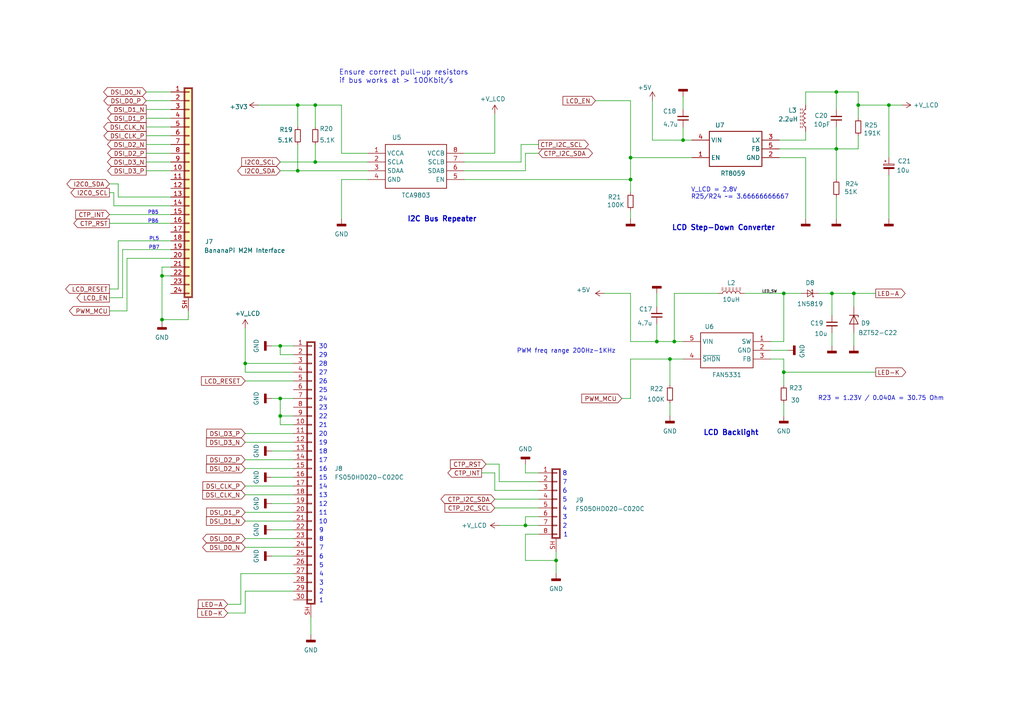
<source format=kicad_sch>
(kicad_sch (version 20250114) (generator "eeschema") (generator_version "9.0")
  (paper "A4")
  (title_block (title "AA-PI Display Board for BananaPi M2-Magic - LCD-CTP") (date "2025-10-27") (rev "4.3") (company "ORPALTECH") (comment 4 "Author: Sergey Suloev"))
  (lib_symbols
    (symbol "AA-PI-Components:+3V3" (power) (pin_names (offset 0))
      (property "Value" "+3V3" (at 0 3.556 0))
      (symbol "+3V3_0_1"
        (polyline (pts (xy -0.762 1.27) (xy 0 2.54)))
        (polyline (pts (xy 0 2.54) (xy 0.762 1.27)))
        (polyline (pts (xy 0 0) (xy 0 2.54)))
      )
      (symbol "+3V3_1_1"
        (pin power_in line (at 0 0 90) (length 0) (hide yes) (name "+3V3") (number "1"))
      )
    )
    (symbol "AA-PI-Components:+5V" (power) (pin_names (offset 0))
      (property "Value" "+5V" (at 0 3.556 0))
      (symbol "+5V_0_1"
        (polyline (pts (xy -0.762 1.27) (xy 0 2.54)))
        (polyline (pts (xy 0 2.54) (xy 0.762 1.27)))
        (polyline (pts (xy 0 0) (xy 0 2.54)))
      )
      (symbol "+5V_1_1"
        (pin power_in line (at 0 0 90) (length 0) (hide yes) (name "+5V") (number "1"))
      )
    )
    (symbol "AA-PI-Components:+V_LCD" (power) (pin_names (offset 0))
      (property "Value" "+V_LCD" (at 0 3.556 0))
      (symbol "+V_LCD_0_1"
        (polyline (pts (xy -0.762 1.27) (xy 0 2.54)))
        (polyline (pts (xy 0 2.54) (xy 0.762 1.27)))
        (polyline (pts (xy 0 0) (xy 0 2.54)))
      )
      (symbol "+V_LCD_1_1"
        (pin power_in line (at 0 0 90) (length 0) (hide yes) (name "+V_LCD") (number "1"))
      )
    )
    (symbol "AA-PI-Components:CP_Small" (pin_numbers (hide yes)) (pin_names (offset 0.254) (hide yes))
      (property "Reference" "C" (at 0.254 1.778 0))
      (property "Value" "CP_Small" (at 0.254 -2.032 0))
      (symbol "CP_Small_0_1"
        (rectangle (start -1.524 0.6858) (end 1.524 0.3048))
        (rectangle (start -1.524 -0.3048) (end 1.524 -0.6858) (fill (type outline)))
        (polyline (pts (xy -1.27 1.524) (xy -0.762 1.524)))
        (polyline (pts (xy -1.016 1.27) (xy -1.016 1.778)))
      )
      (symbol "CP_Small_1_1"
        (pin passive line (at 0 2.54 270) (length 1.8542) (name "~") (number "1"))
        (pin passive line (at 0 -2.54 90) (length 1.8542) (name "~") (number "2"))
      )
    )
    (symbol "AA-PI-Components:C_Small" (pin_numbers (hide yes)) (pin_names (offset 0.254) (hide yes))
      (property "Reference" "C" (at 0.254 1.778 0))
      (property "Value" "C_Small" (at 0.254 -2.032 0))
      (symbol "C_Small_0_1"
        (polyline (pts (xy -1.524 0.508) (xy 1.524 0.508)) (stroke (width 0.3048)))
        (polyline (pts (xy -1.524 -0.508) (xy 1.524 -0.508)) (stroke (width 0.3302)))
      )
      (symbol "C_Small_1_1"
        (pin passive line (at 0 2.54 270) (length 2.032) (name "~") (number "1"))
        (pin passive line (at 0 -2.54 90) (length 2.032) (name "~") (number "2"))
      )
    )
    (symbol "AA-PI-Components:Conn_01x08_Shielded" (pin_names (offset 1.016) (hide yes))
      (property "Reference" "J" (at 0.254 9.906 0))
      (property "Value" "Conn_01x08_Shielded" (at 1.016 -12.446 0))
      (symbol "Conn_01x08_Shielded_1_1"
        (rectangle (start -1.27 8.89) (end 1.27 -11.43) (stroke (width 0.1524)))
        (rectangle (start -1.016 8.636) (end 1.016 -11.176) (stroke (width 0.254)))
        (rectangle (start -1.016 7.747) (end 0.254 7.493) (stroke (width 0.1524)))
        (rectangle (start -1.016 5.207) (end 0.254 4.953) (stroke (width 0.1524)))
        (rectangle (start -1.016 2.667) (end 0.254 2.413) (stroke (width 0.1524)))
        (rectangle (start -1.016 0.127) (end 0.254 -0.127) (stroke (width 0.1524)))
        (rectangle (start -1.016 -2.413) (end 0.254 -2.667) (stroke (width 0.1524)))
        (rectangle (start -1.016 -4.953) (end 0.254 -5.207) (stroke (width 0.1524)))
        (rectangle (start -1.016 -7.493) (end 0.254 -7.747) (stroke (width 0.1524)))
        (rectangle (start -1.016 -10.033) (end 0.254 -10.287) (stroke (width 0.1524)))
        (pin passive line (at -5.08 7.62 0) (length 4.064) (name "Pin_1") (number "1"))
        (pin passive line (at -5.08 5.08 0) (length 4.064) (name "Pin_2") (number "2"))
        (pin passive line (at -5.08 2.54 0) (length 4.064) (name "Pin_3") (number "3"))
        (pin passive line (at -5.08 0 0) (length 4.064) (name "Pin_4") (number "4"))
        (pin passive line (at -5.08 -2.54 0) (length 4.064) (name "Pin_5") (number "5"))
        (pin passive line (at -5.08 -5.08 0) (length 4.064) (name "Pin_6") (number "6"))
        (pin passive line (at -5.08 -7.62 0) (length 4.064) (name "Pin_7") (number "7"))
        (pin passive line (at -5.08 -10.16 0) (length 4.064) (name "Pin_8") (number "8"))
        (pin passive line (at 0 -15.24 90) (length 3.81) (name "Shield") (number "SH"))
      )
    )
    (symbol "AA-PI-Components:Conn_01x24_Shielded" (pin_names (offset 1.016) (hide yes))
      (property "Reference" "J" (at 0.254 30.226 0))
      (property "Value" "Conn_01x24_Shielded" (at 1.016 -32.766 0))
      (symbol "Conn_01x24_Shielded_1_1"
        (rectangle (start -1.27 29.21) (end 1.27 -31.75) (stroke (width 0.1524)))
        (rectangle (start -1.016 28.956) (end 1.016 -31.496) (stroke (width 0.254)) (fill (type background)))
        (rectangle (start -1.016 28.067) (end 0.254 27.813) (stroke (width 0.1524)))
        (rectangle (start -1.016 25.527) (end 0.254 25.273) (stroke (width 0.1524)))
        (rectangle (start -1.016 22.987) (end 0.254 22.733) (stroke (width 0.1524)))
        (rectangle (start -1.016 20.447) (end 0.254 20.193) (stroke (width 0.1524)))
        (rectangle (start -1.016 17.907) (end 0.254 17.653) (stroke (width 0.1524)))
        (rectangle (start -1.016 15.367) (end 0.254 15.113) (stroke (width 0.1524)))
        (rectangle (start -1.016 12.827) (end 0.254 12.573) (stroke (width 0.1524)))
        (rectangle (start -1.016 10.287) (end 0.254 10.033) (stroke (width 0.1524)))
        (rectangle (start -1.016 7.747) (end 0.254 7.493) (stroke (width 0.1524)))
        (rectangle (start -1.016 5.207) (end 0.254 4.953) (stroke (width 0.1524)))
        (rectangle (start -1.016 2.667) (end 0.254 2.413) (stroke (width 0.1524)))
        (rectangle (start -1.016 0.127) (end 0.254 -0.127) (stroke (width 0.1524)))
        (rectangle (start -1.016 -2.413) (end 0.254 -2.667) (stroke (width 0.1524)))
        (rectangle (start -1.016 -4.953) (end 0.254 -5.207) (stroke (width 0.1524)))
        (rectangle (start -1.016 -7.493) (end 0.254 -7.747) (stroke (width 0.1524)))
        (rectangle (start -1.016 -10.033) (end 0.254 -10.287) (stroke (width 0.1524)))
        (rectangle (start -1.016 -12.573) (end 0.254 -12.827) (stroke (width 0.1524)))
        (rectangle (start -1.016 -15.113) (end 0.254 -15.367) (stroke (width 0.1524)))
        (rectangle (start -1.016 -17.653) (end 0.254 -17.907) (stroke (width 0.1524)))
        (rectangle (start -1.016 -20.193) (end 0.254 -20.447) (stroke (width 0.1524)))
        (rectangle (start -1.016 -22.733) (end 0.254 -22.987) (stroke (width 0.1524)))
        (rectangle (start -1.016 -25.273) (end 0.254 -25.527) (stroke (width 0.1524)))
        (rectangle (start -1.016 -27.813) (end 0.254 -28.067) (stroke (width 0.1524)))
        (rectangle (start -1.016 -30.353) (end 0.254 -30.607) (stroke (width 0.1524)))
        (pin passive line (at -5.08 27.94 0) (length 4.064) (name "Pin_1") (number "1"))
        (pin passive line (at -5.08 25.4 0) (length 4.064) (name "Pin_2") (number "2"))
        (pin passive line (at -5.08 22.86 0) (length 4.064) (name "Pin_3") (number "3"))
        (pin passive line (at -5.08 20.32 0) (length 4.064) (name "Pin_4") (number "4"))
        (pin passive line (at -5.08 17.78 0) (length 4.064) (name "Pin_5") (number "5"))
        (pin passive line (at -5.08 15.24 0) (length 4.064) (name "Pin_6") (number "6"))
        (pin passive line (at -5.08 12.7 0) (length 4.064) (name "Pin_7") (number "7"))
        (pin passive line (at -5.08 10.16 0) (length 4.064) (name "Pin_8") (number "8"))
        (pin passive line (at -5.08 7.62 0) (length 4.064) (name "Pin_9") (number "9"))
        (pin passive line (at -5.08 5.08 0) (length 4.064) (name "Pin_10") (number "10"))
        (pin passive line (at -5.08 2.54 0) (length 4.064) (name "Pin_11") (number "11"))
        (pin passive line (at -5.08 0 0) (length 4.064) (name "Pin_12") (number "12"))
        (pin passive line (at -5.08 -2.54 0) (length 4.064) (name "Pin_13") (number "13"))
        (pin passive line (at -5.08 -5.08 0) (length 4.064) (name "Pin_14") (number "14"))
        (pin passive line (at -5.08 -7.62 0) (length 4.064) (name "Pin_15") (number "15"))
        (pin passive line (at -5.08 -10.16 0) (length 4.064) (name "Pin_16") (number "16"))
        (pin passive line (at -5.08 -12.7 0) (length 4.064) (name "Pin_17") (number "17"))
        (pin passive line (at -5.08 -15.24 0) (length 4.064) (name "Pin_18") (number "18"))
        (pin passive line (at -5.08 -17.78 0) (length 4.064) (name "Pin_19") (number "19"))
        (pin passive line (at -5.08 -20.32 0) (length 4.064) (name "Pin_20") (number "20"))
        (pin passive line (at -5.08 -22.86 0) (length 4.064) (name "Pin_21") (number "21"))
        (pin passive line (at -5.08 -25.4 0) (length 4.064) (name "Pin_22") (number "22"))
        (pin passive line (at -5.08 -27.94 0) (length 4.064) (name "Pin_23") (number "23"))
        (pin passive line (at -5.08 -30.48 0) (length 4.064) (name "Pin_24") (number "24"))
        (pin passive line (at 0 -35.56 90) (length 3.81) (name "Shield") (number "SH"))
      )
    )
    (symbol "AA-PI-Components:Conn_01x30_Shielded" (pin_names (offset 1.016) (hide yes))
      (property "Reference" "J" (at 0.254 37.846 0))
      (property "Value" "Conn_01x30_Shielded" (at 1.016 -40.386 0))
      (symbol "Conn_01x30_Shielded_1_1"
        (rectangle (start -1.27 36.83) (end 1.27 -39.37) (stroke (width 0.1524)))
        (rectangle (start -1.016 36.576) (end 1.016 -39.116) (stroke (width 0.254)))
        (rectangle (start -1.016 35.687) (end 0.254 35.433) (stroke (width 0.1524)))
        (rectangle (start -1.016 33.147) (end 0.254 32.893) (stroke (width 0.1524)))
        (rectangle (start -1.016 30.607) (end 0.254 30.353) (stroke (width 0.1524)))
        (rectangle (start -1.016 28.067) (end 0.254 27.813) (stroke (width 0.1524)))
        (rectangle (start -1.016 25.527) (end 0.254 25.273) (stroke (width 0.1524)))
        (rectangle (start -1.016 22.987) (end 0.254 22.733) (stroke (width 0.1524)))
        (rectangle (start -1.016 20.447) (end 0.254 20.193) (stroke (width 0.1524)))
        (rectangle (start -1.016 17.907) (end 0.254 17.653) (stroke (width 0.1524)))
        (rectangle (start -1.016 15.367) (end 0.254 15.113) (stroke (width 0.1524)))
        (rectangle (start -1.016 12.827) (end 0.254 12.573) (stroke (width 0.1524)))
        (rectangle (start -1.016 10.287) (end 0.254 10.033) (stroke (width 0.1524)))
        (rectangle (start -1.016 7.747) (end 0.254 7.493) (stroke (width 0.1524)))
        (rectangle (start -1.016 5.207) (end 0.254 4.953) (stroke (width 0.1524)))
        (rectangle (start -1.016 2.667) (end 0.254 2.413) (stroke (width 0.1524)))
        (rectangle (start -1.016 0.127) (end 0.254 -0.127) (stroke (width 0.1524)))
        (rectangle (start -1.016 -2.413) (end 0.254 -2.667) (stroke (width 0.1524)))
        (rectangle (start -1.016 -4.953) (end 0.254 -5.207) (stroke (width 0.1524)))
        (rectangle (start -1.016 -7.493) (end 0.254 -7.747) (stroke (width 0.1524)))
        (rectangle (start -1.016 -10.033) (end 0.254 -10.287) (stroke (width 0.1524)))
        (rectangle (start -1.016 -12.573) (end 0.254 -12.827) (stroke (width 0.1524)))
        (rectangle (start -1.016 -15.113) (end 0.254 -15.367) (stroke (width 0.1524)))
        (rectangle (start -1.016 -17.653) (end 0.254 -17.907) (stroke (width 0.1524)))
        (rectangle (start -1.016 -20.193) (end 0.254 -20.447) (stroke (width 0.1524)))
        (rectangle (start -1.016 -22.733) (end 0.254 -22.987) (stroke (width 0.1524)))
        (rectangle (start -1.016 -25.273) (end 0.254 -25.527) (stroke (width 0.1524)))
        (rectangle (start -1.016 -27.813) (end 0.254 -28.067) (stroke (width 0.1524)))
        (rectangle (start -1.016 -30.353) (end 0.254 -30.607) (stroke (width 0.1524)))
        (rectangle (start -1.016 -32.893) (end 0.254 -33.147) (stroke (width 0.1524)))
        (rectangle (start -1.016 -35.433) (end 0.254 -35.687) (stroke (width 0.1524)))
        (rectangle (start -1.016 -37.973) (end 0.254 -38.227) (stroke (width 0.1524)))
        (pin passive line (at -5.08 35.56 0) (length 4.064) (name "Pin_1") (number "1"))
        (pin passive line (at -5.08 33.02 0) (length 4.064) (name "Pin_2") (number "2"))
        (pin passive line (at -5.08 30.48 0) (length 4.064) (name "Pin_3") (number "3"))
        (pin passive line (at -5.08 27.94 0) (length 4.064) (name "Pin_4") (number "4"))
        (pin passive line (at -5.08 25.4 0) (length 4.064) (name "Pin_5") (number "5"))
        (pin passive line (at -5.08 22.86 0) (length 4.064) (name "Pin_6") (number "6"))
        (pin passive line (at -5.08 20.32 0) (length 4.064) (name "Pin_7") (number "7"))
        (pin passive line (at -5.08 17.78 0) (length 4.064) (name "Pin_8") (number "8"))
        (pin passive line (at -5.08 15.24 0) (length 4.064) (name "Pin_9") (number "9"))
        (pin passive line (at -5.08 12.7 0) (length 4.064) (name "Pin_10") (number "10"))
        (pin passive line (at -5.08 10.16 0) (length 4.064) (name "Pin_11") (number "11"))
        (pin passive line (at -5.08 7.62 0) (length 4.064) (name "Pin_12") (number "12"))
        (pin passive line (at -5.08 5.08 0) (length 4.064) (name "Pin_13") (number "13"))
        (pin passive line (at -5.08 2.54 0) (length 4.064) (name "Pin_14") (number "14"))
        (pin passive line (at -5.08 0 0) (length 4.064) (name "Pin_15") (number "15"))
        (pin passive line (at -5.08 -2.54 0) (length 4.064) (name "Pin_16") (number "16"))
        (pin passive line (at -5.08 -5.08 0) (length 4.064) (name "Pin_17") (number "17"))
        (pin passive line (at -5.08 -7.62 0) (length 4.064) (name "Pin_18") (number "18"))
        (pin passive line (at -5.08 -10.16 0) (length 4.064) (name "Pin_19") (number "19"))
        (pin passive line (at -5.08 -12.7 0) (length 4.064) (name "Pin_20") (number "20"))
        (pin passive line (at -5.08 -15.24 0) (length 4.064) (name "Pin_21") (number "21"))
        (pin passive line (at -5.08 -17.78 0) (length 4.064) (name "Pin_22") (number "22"))
        (pin passive line (at -5.08 -20.32 0) (length 4.064) (name "Pin_23") (number "23"))
        (pin passive line (at -5.08 -22.86 0) (length 4.064) (name "Pin_24") (number "24"))
        (pin passive line (at -5.08 -25.4 0) (length 4.064) (name "Pin_25") (number "25"))
        (pin passive line (at -5.08 -27.94 0) (length 4.064) (name "Pin_26") (number "26"))
        (pin passive line (at -5.08 -30.48 0) (length 4.064) (name "Pin_27") (number "27"))
        (pin passive line (at -5.08 -33.02 0) (length 4.064) (name "Pin_28") (number "28"))
        (pin passive line (at -5.08 -35.56 0) (length 4.064) (name "Pin_29") (number "29"))
        (pin passive line (at -5.08 -38.1 0) (length 4.064) (name "Pin_30") (number "30"))
        (pin passive line (at 0 -43.18 90) (length 3.81) (name "Shield") (number "SH"))
      )
    )
    (symbol "AA-PI-Components:D_Schottky_Small" (pin_numbers (hide yes)) (pin_names (offset 0.254) (hide yes))
      (property "Reference" "D" (at -1.27 2.032 0))
      (property "Value" "D_Schottky_Small" (at -7.112 -2.032 0))
      (symbol "D_Schottky_Small_0_1"
        (polyline (pts (xy -0.762 1.016) (xy -1.016 1.016) (xy -1.016 0.762)))
        (polyline (pts (xy -0.762 0) (xy 0.762 0)))
        (polyline (pts (xy -0.762 -1.016) (xy -0.762 1.016)))
        (polyline (pts (xy -0.762 -1.016) (xy -0.508 -1.016) (xy -0.508 -0.762)))
        (polyline (pts (xy 0.762 -1.016) (xy -0.762 0) (xy 0.762 1.016) (xy 0.762 -1.016)))
      )
      (symbol "D_Schottky_Small_1_1"
        (pin passive line (at -2.54 0 0) (length 1.778) (name "K") (number "1"))
        (pin passive line (at 2.54 0 180) (length 1.778) (name "A") (number "2"))
      )
    )
    (symbol "AA-PI-Components:D_Zener" (pin_numbers (hide yes)) (pin_names (offset 1.016) (hide yes))
      (property "Reference" "D" (at 0 2.54 0))
      (property "Value" "D_Zener" (at 0 -2.54 0))
      (symbol "D_Zener_0_1"
        (polyline (pts (xy -1.27 -1.27) (xy -1.27 1.27) (xy -0.762 1.27)) (stroke (width 0.2032)))
        (polyline (pts (xy 1.27 0) (xy -1.27 0)))
        (polyline (pts (xy 1.27 -1.27) (xy 1.27 1.27) (xy -1.27 0) (xy 1.27 -1.27)) (stroke (width 0.2032)))
      )
      (symbol "D_Zener_1_1"
        (pin passive line (at -3.81 0 0) (length 2.54) (name "K") (number "1"))
        (pin passive line (at 3.81 0 180) (length 2.54) (name "A") (number "2"))
      )
    )
    (symbol "AA-PI-Components:FAN5333BSX"
      (property "Reference" "U" (at -7.62 7.62 0))
      (property "Value" "FAN5333BSX" (at -6.35 -7.62 0))
      (symbol "FAN5333BSX_0_0"
        (pin bidirectional line (at -12.7 2.54 0) (length 5.08) (name "SW") (number "1"))
        (pin bidirectional line (at -12.7 0 0) (length 5.08) (name "GND") (number "2"))
        (pin bidirectional line (at -12.7 -2.54 0) (length 5.08) (name "FB") (number "3"))
        (pin bidirectional line (at 12.7 2.54 180) (length 5.08) (name "VIN") (number "5"))
        (pin bidirectional line (at 12.7 -2.54 180) (length 5.08) (name "~{SHDN}") (number "4"))
      )
      (symbol "FAN5333BSX_0_1"
        (polyline (pts (xy -7.62 5.08) (xy 7.62 5.08) (xy 7.62 -5.08) (xy -7.62 -5.08) (xy -7.62 5.08)) (stroke (width 0.2032)))
      )
    )
    (symbol "AA-PI-Components:GND" (power) (pin_names (offset 0))
      (symbol "GND_0_1"
        (rectangle (start -1.27 -1.524) (end 1.27 -2.032) (stroke (width 0.254)) (fill (type outline)))
        (polyline (pts (xy 0 0) (xy 0 -1.524)))
      )
      (symbol "GND_1_1"
        (pin power_in line (at 0 0 270) (length 0) (hide yes) (name "GND") (number "1"))
      )
    )
    (symbol "AA-PI-Components:L_Core_Ferrite" (pin_numbers (hide yes)) (pin_names (offset 1.016) (hide yes))
      (property "Reference" "L" (at -1.27 0 90))
      (property "Value" "L_Core_Ferrite" (at 2.794 0 90))
      (symbol "L_Core_Ferrite_0_1"
        (arc (start 0 2.54) (mid 0.6323 1.905) (end 0 1.27))
        (arc (start 0 1.27) (mid 0.6323 0.635) (end 0 0))
        (arc (start 0 0) (mid 0.6323 -0.635) (end 0 -1.27))
        (arc (start 0 -1.27) (mid 0.6323 -1.905) (end 0 -2.54))
        (polyline (pts (xy 1.016 2.286) (xy 1.016 2.794)))
        (polyline (pts (xy 1.016 1.27) (xy 1.016 1.778)))
        (polyline (pts (xy 1.016 0.254) (xy 1.016 0.762)))
        (polyline (pts (xy 1.016 -0.762) (xy 1.016 -0.254)))
        (polyline (pts (xy 1.016 -1.778) (xy 1.016 -1.27)))
        (polyline (pts (xy 1.016 -2.794) (xy 1.016 -2.286)))
        (polyline (pts (xy 1.524 2.794) (xy 1.524 2.286)))
        (polyline (pts (xy 1.524 1.778) (xy 1.524 1.27)))
        (polyline (pts (xy 1.524 0.762) (xy 1.524 0.254)))
        (polyline (pts (xy 1.524 -0.254) (xy 1.524 -0.762)))
        (polyline (pts (xy 1.524 -1.27) (xy 1.524 -1.778)))
        (polyline (pts (xy 1.524 -2.286) (xy 1.524 -2.794)))
      )
      (symbol "L_Core_Ferrite_1_1"
        (pin passive line (at 0 3.81 270) (length 1.27) (name "1") (number "1"))
        (pin passive line (at 0 -3.81 90) (length 1.27) (name "2") (number "2"))
      )
    )
    (symbol "AA-PI-Components:RT8059"
      (property "Reference" "U" (at -6.096 7.366 0))
      (property "Value" "RT8059" (at -4.064 -5.842 0))
      (symbol "RT8059_1_1"
        (rectangle (start -7.62 5.08) (end 7.62 -5.08) (stroke (width 0.254)))
        (pin passive line (at -12.7 2.54 0) (length 5.08) (name "VIN") (number "4"))
        (pin passive line (at -12.7 -2.54 0) (length 5.08) (name "EN") (number "1"))
        (pin passive line (at 12.7 2.54 180) (length 5.08) (name "LX") (number "3"))
        (pin passive line (at 12.7 0 180) (length 5.08) (name "FB") (number "5"))
        (pin passive line (at 12.7 -2.54 180) (length 5.08) (name "GND") (number "2"))
      )
    )
    (symbol "AA-PI-Components:R_Small" (pin_numbers (hide yes)) (pin_names (offset 0.254) (hide yes))
      (property "Reference" "R" (at 0.762 0.508 0))
      (property "Value" "R_Small" (at 0.762 -1.016 0))
      (symbol "R_Small_0_1"
        (rectangle (start -0.762 1.778) (end 0.762 -1.778) (stroke (width 0.2032)))
      )
      (symbol "R_Small_1_1"
        (pin passive line (at 0 2.54 270) (length 0.762) (name "~") (number "1"))
        (pin passive line (at 0 -2.54 90) (length 0.762) (name "~") (number "2"))
      )
    )
    (symbol "AA-PI-Components:TCA9802"
      (property "Reference" "U" (at -7.62 8.89 0))
      (property "Value" "TCA9802" (at -5.08 -8.89 0))
      (symbol "TCA9802_0_0"
        (pin bidirectional line (at -13.97 3.81 0) (length 5.08) (name "VCCA") (number "1"))
        (pin bidirectional line (at -13.97 1.27 0) (length 5.08) (name "SCLA") (number "2"))
        (pin bidirectional line (at -13.97 -1.27 0) (length 5.08) (name "SDAA") (number "3"))
        (pin bidirectional line (at -13.97 -3.81 0) (length 5.08) (name "GND") (number "4"))
        (pin bidirectional line (at 13.97 3.81 180) (length 5.08) (name "VCCB") (number "8"))
        (pin bidirectional line (at 13.97 1.27 180) (length 5.08) (name "SCLB") (number "7"))
        (pin bidirectional line (at 13.97 -1.27 180) (length 5.08) (name "SDAB") (number "6"))
        (pin bidirectional line (at 13.97 -3.81 180) (length 5.08) (name "EN") (number "5"))
      )
      (symbol "TCA9802_0_1"
        (polyline (pts (xy -8.89 6.35) (xy 8.89 6.35) (xy 8.89 -6.35) (xy -8.89 -6.35) (xy -8.89 6.35)) (stroke (width 0.2032)))
      )
    )
  )
  (text "PB7" (at 44.704 71.882 0) (effects (font (size 1.016 1.016))))
  (text "8" (at 93.218 156.464 0) (effects (font (size 1.27 1.27))))
  (text "25" (at 93.726 113.284 0) (effects (font (size 1.27 1.27))))
  (text "2" (at 93.218 171.704 0) (effects (font (size 1.27 1.27))))
  (text "5" (at 163.83 145.034 0) (effects (font (size 1.27 1.27))))
  (text "R23 = 1.23V / 0.040A = 30.75 Ohm" (at 237.236 116.332 0) (effects (font (size 1.27 1.27)) (justify left bottom)))
  (text "27" (at 93.726 108.204 0) (effects (font (size 1.27 1.27))))
  (text "3" (at 163.83 150.114 0) (effects (font (size 1.27 1.27))))
  (text "1" (at 93.218 174.244 0) (effects (font (size 1.27 1.27))))
  (text "12" (at 93.726 146.304 0) (effects (font (size 1.27 1.27))))
  (text "7" (at 93.218 159.004 0) (effects (font (size 1.27 1.27))))
  (text "8" (at 163.83 137.414 0) (effects (font (size 1.27 1.27))))
  (text "PB6" (at 44.45 64.262 0) (effects (font (size 1.016 1.016))))
  (text "LCD Step-Down Converter" (at 194.818 67.056 0) (effects (font (size 1.4986 1.4986) (thickness 0.2997) (bold yes)) (justify left bottom)))
  (text "23" (at 93.726 118.364 0) (effects (font (size 1.27 1.27))))
  (text "PWM freq range 200Hz-1KHz" (at 149.86 102.616 0) (effects (font (size 1.27 1.27)) (justify left bottom)))
  (text "4" (at 93.218 166.624 0) (effects (font (size 1.27 1.27))))
  (text "7" (at 163.83 139.954 0) (effects (font (size 1.27 1.27))))
  (text "9" (at 93.218 153.924 0) (effects (font (size 1.27 1.27))))
  (text "30" (at 93.726 100.584 0) (effects (font (size 1.27 1.27))))
  (text "22" (at 93.726 120.904 0) (effects (font (size 1.27 1.27))))
  (text "19" (at 93.726 128.524 0) (effects (font (size 1.27 1.27))))
  (text "I2C Bus Repeater" (at 118.11 64.516 0) (effects (font (size 1.4986 1.4986) (thickness 0.2997) (bold yes)) (justify left bottom)))
  (text "26" (at 93.726 110.744 0) (effects (font (size 1.27 1.27))))
  (text "1" (at 164.084 155.194 0) (effects (font (size 1.27 1.27))))
  (text "28" (at 93.726 105.664 0) (effects (font (size 1.27 1.27))))
  (text "20" (at 93.726 125.984 0) (effects (font (size 1.27 1.27))))
  (text "14" (at 93.726 141.224 0) (effects (font (size 1.27 1.27))))
  (text "24" (at 93.726 115.824 0) (effects (font (size 1.27 1.27))))
  (text "6" (at 163.83 142.494 0) (effects (font (size 1.27 1.27))))
  (text "29" (at 93.726 103.124 0) (effects (font (size 1.27 1.27))))
  (text "LCD Backlight" (at 203.962 126.492 0) (effects (font (size 1.4986 1.4986) (thickness 0.2997) (bold yes)) (justify left bottom)))
  (text "18" (at 93.726 131.064 0) (effects (font (size 1.27 1.27))))
  (text "PB5" (at 44.45 61.722 0) (effects (font (size 1.016 1.016))))
  (text "PL5" (at 44.704 69.342 0) (effects (font (size 1.016 1.016))))
  (text "V_LCD = 2.8V\nR25/R24 ~= 3.66666666667" (at 200.406 57.912 0) (effects (font (size 1.27 1.27)) (justify left bottom)))
  (text "5" (at 93.218 164.084 0) (effects (font (size 1.27 1.27))))
  (text "15" (at 93.726 138.684 0) (effects (font (size 1.27 1.27))))
  (text "17" (at 93.726 133.604 0) (effects (font (size 1.27 1.27))))
  (text "11" (at 93.726 148.844 0) (effects (font (size 1.27 1.27))))
  (text "6" (at 93.218 161.544 0) (effects (font (size 1.27 1.27))))
  (text "Ensure correct pull-up resistors\nif bus works at > 100Kbit/s" (at 98.298 24.384 0) (effects (font (size 1.4986 1.4986)) (justify left bottom)))
  (text "10" (at 93.726 151.384 0) (effects (font (size 1.27 1.27))))
  (text "3" (at 93.218 169.164 0) (effects (font (size 1.27 1.27))))
  (text "21" (at 93.726 123.444 0) (effects (font (size 1.27 1.27))))
  (text "16" (at 93.726 136.144 0) (effects (font (size 1.27 1.27))))
  (text "4" (at 163.83 147.574 0) (effects (font (size 1.27 1.27))))
  (text "13" (at 93.726 143.764 0) (effects (font (size 1.27 1.27))))
  (text "2" (at 163.83 152.654 0) (effects (font (size 1.27 1.27))))
  (junction (at 242.57 43.18))
  (junction (at 81.28 115.57))
  (junction (at 242.57 26.67))
  (junction (at 161.29 162.56))
  (junction (at 71.12 105.41))
  (junction (at 182.88 52.07))
  (junction (at 91.44 30.48))
  (junction (at 86.36 30.48))
  (junction (at 46.99 92.71))
  (junction (at 195.58 99.06))
  (junction (at 81.28 120.65))
  (junction (at 198.12 40.64))
  (junction (at 227.33 85.09))
  (junction (at 247.65 85.09))
  (junction (at 257.81 30.48))
  (junction (at 248.92 30.48))
  (junction (at 227.33 107.95))
  (junction (at 241.3 85.09))
  (junction (at 86.36 49.53))
  (junction (at 81.28 100.33))
  (junction (at 190.5 99.06))
  (junction (at 46.99 80.01))
  (junction (at 152.4 152.4))
  (junction (at 194.31 104.14))
  (junction (at 182.88 45.72))
  (junction (at 91.44 46.99))
  (wire (pts (xy 91.44 30.48) (xy 91.44 36.83)))
  (wire (pts (xy 215.9 85.09) (xy 227.33 85.09)))
  (wire (pts (xy 49.53 34.29) (xy 42.418 34.29)))
  (wire (pts (xy 78.74 146.05) (xy 85.09 146.05)))
  (wire (pts (xy 91.44 46.99) (xy 81.28 46.99)))
  (wire (pts (xy 134.62 46.99) (xy 151.13 46.99)))
  (wire (pts (xy 33.02 55.88) (xy 33.02 59.69)))
  (wire (pts (xy 143.51 44.45) (xy 143.51 33.02)))
  (wire (pts (xy 34.29 57.15) (xy 49.53 57.15)))
  (wire (pts (xy 86.36 41.91) (xy 86.36 49.53)))
  (wire (pts (xy 223.52 99.06) (xy 227.33 99.06)))
  (wire (pts (xy 78.74 138.43) (xy 85.09 138.43)))
  (wire (pts (xy 134.62 44.45) (xy 143.51 44.45)))
  (wire (pts (xy 198.12 27.94) (xy 198.12 31.75)))
  (wire (pts (xy 161.29 162.56) (xy 161.29 166.37)))
  (wire (pts (xy 152.4 154.94) (xy 152.4 162.56)))
  (wire (pts (xy 227.33 107.95) (xy 227.33 111.76)))
  (wire (pts (xy 233.68 40.64) (xy 233.68 38.1)))
  (wire (pts (xy 144.78 139.7) (xy 156.21 139.7)))
  (wire (pts (xy 241.3 85.09) (xy 241.3 91.44)))
  (wire (pts (xy 81.28 123.19) (xy 85.09 123.19)))
  (wire (pts (xy 223.52 101.6) (xy 228.6 101.6)))
  (wire (pts (xy 49.53 29.21) (xy 42.418 29.21)))
  (wire (pts (xy 71.12 105.41) (xy 85.09 105.41)))
  (wire (pts (xy 241.3 96.52) (xy 241.3 100.33)))
  (wire (pts (xy 33.02 59.69) (xy 49.53 59.69)))
  (wire (pts (xy 86.36 49.53) (xy 106.68 49.53)))
  (wire (pts (xy 140.97 134.62) (xy 144.78 134.62)))
  (wire (pts (xy 71.12 107.95) (xy 85.09 107.95)))
  (wire (pts (xy 152.4 149.86) (xy 156.21 149.86)))
  (wire (pts (xy 208.28 85.09) (xy 195.58 85.09)))
  (wire (pts (xy 99.06 44.45) (xy 106.68 44.45)))
  (wire (pts (xy 31.75 83.82) (xy 34.29 83.82)))
  (wire (pts (xy 248.92 30.48) (xy 257.81 30.48)))
  (wire (pts (xy 69.85 166.37) (xy 85.09 166.37)))
  (wire (pts (xy 248.92 30.48) (xy 248.92 26.67)))
  (wire (pts (xy 161.29 162.56) (xy 161.29 160.02)))
  (wire (pts (xy 78.74 100.33) (xy 81.28 100.33)))
  (wire (pts (xy 99.06 30.48) (xy 91.44 30.48)))
  (wire (pts (xy 194.31 116.84) (xy 194.31 120.65)))
  (wire (pts (xy 226.06 43.18) (xy 242.57 43.18)))
  (wire (pts (xy 49.53 44.45) (xy 42.418 44.45)))
  (wire (pts (xy 180.34 115.57) (xy 182.88 115.57)))
  (wire (pts (xy 71.12 110.49) (xy 85.09 110.49)))
  (wire (pts (xy 152.4 44.45) (xy 156.21 44.45)))
  (wire (pts (xy 226.06 40.64) (xy 233.68 40.64)))
  (wire (pts (xy 241.3 85.09) (xy 247.65 85.09)))
  (wire (pts (xy 34.29 53.34) (xy 34.29 57.15)))
  (wire (pts (xy 49.53 46.99) (xy 42.418 46.99)))
  (wire (pts (xy 198.12 40.64) (xy 200.66 40.64)))
  (wire (pts (xy 81.28 115.57) (xy 81.28 120.65)))
  (wire (pts (xy 227.33 104.14) (xy 227.33 107.95)))
  (wire (pts (xy 34.29 53.34) (xy 31.75 53.34)))
  (wire (pts (xy 172.72 29.21) (xy 182.88 29.21)))
  (wire (pts (xy 49.53 39.37) (xy 42.418 39.37)))
  (wire (pts (xy 182.88 104.14) (xy 182.88 115.57)))
  (wire (pts (xy 182.88 45.72) (xy 200.66 45.72)))
  (wire (pts (xy 227.33 116.84) (xy 227.33 120.65)))
  (wire (pts (xy 31.75 64.77) (xy 49.53 64.77)))
  (wire (pts (xy 242.57 26.67) (xy 242.57 31.75)))
  (wire (pts (xy 152.4 152.4) (xy 152.4 149.86)))
  (wire (pts (xy 144.78 134.62) (xy 144.78 139.7)))
  (wire (pts (xy 247.65 85.09) (xy 254 85.09)))
  (wire (pts (xy 71.12 125.73) (xy 85.09 125.73)))
  (wire (pts (xy 139.7 137.16) (xy 143.51 137.16)))
  (wire (pts (xy 156.21 152.4) (xy 152.4 152.4)))
  (wire (pts (xy 156.21 154.94) (xy 152.4 154.94)))
  (wire (pts (xy 189.23 40.64) (xy 198.12 40.64)))
  (wire (pts (xy 242.57 36.83) (xy 242.57 43.18)))
  (wire (pts (xy 99.06 52.07) (xy 99.06 63.5)))
  (wire (pts (xy 152.4 44.45) (xy 152.4 49.53)))
  (wire (pts (xy 49.53 31.75) (xy 42.418 31.75)))
  (wire (pts (xy 78.74 161.29) (xy 85.09 161.29)))
  (wire (pts (xy 194.31 104.14) (xy 198.12 104.14)))
  (wire (pts (xy 182.88 99.06) (xy 190.5 99.06)))
  (wire (pts (xy 71.12 133.35) (xy 85.09 133.35)))
  (wire (pts (xy 189.23 40.64) (xy 189.23 29.21)))
  (wire (pts (xy 198.12 99.06) (xy 195.58 99.06)))
  (wire (pts (xy 66.04 175.26) (xy 69.85 175.26)))
  (wire (pts (xy 99.06 30.48) (xy 99.06 44.45)))
  (wire (pts (xy 81.28 115.57) (xy 85.09 115.57)))
  (wire (pts (xy 242.57 43.18) (xy 242.57 52.07)))
  (wire (pts (xy 134.62 49.53) (xy 152.4 49.53)))
  (wire (pts (xy 46.99 77.47) (xy 49.53 77.47)))
  (wire (pts (xy 49.53 41.91) (xy 42.418 41.91)))
  (wire (pts (xy 248.92 39.37) (xy 248.92 43.18)))
  (wire (pts (xy 227.33 85.09) (xy 232.41 85.09)))
  (wire (pts (xy 143.51 142.24) (xy 156.21 142.24)))
  (wire (pts (xy 242.57 57.15) (xy 242.57 63.5)))
  (wire (pts (xy 35.56 72.39) (xy 49.53 72.39)))
  (wire (pts (xy 156.21 137.16) (xy 152.4 137.16)))
  (wire (pts (xy 190.5 85.09) (xy 190.5 88.9)))
  (wire (pts (xy 143.51 144.78) (xy 156.21 144.78)))
  (wire (pts (xy 66.04 177.8) (xy 71.12 177.8)))
  (wire (pts (xy 242.57 26.67) (xy 248.92 26.67)))
  (wire (pts (xy 134.62 52.07) (xy 182.88 52.07)))
  (wire (pts (xy 49.53 36.83) (xy 42.418 36.83)))
  (wire (pts (xy 85.09 102.87) (xy 81.28 102.87)))
  (wire (pts (xy 54.61 90.17) (xy 54.61 92.71)))
  (wire (pts (xy 247.65 100.33) (xy 247.65 96.52)))
  (wire (pts (xy 71.12 177.8) (xy 71.12 171.45)))
  (wire (pts (xy 78.74 153.67) (xy 85.09 153.67)))
  (wire (pts (xy 49.53 80.01) (xy 46.99 80.01)))
  (wire (pts (xy 233.68 45.72) (xy 233.68 63.5)))
  (wire (pts (xy 182.88 60.96) (xy 182.88 63.5)))
  (wire (pts (xy 71.12 171.45) (xy 85.09 171.45)))
  (wire (pts (xy 182.88 52.07) (xy 182.88 55.88)))
  (wire (pts (xy 71.12 158.75) (xy 85.09 158.75)))
  (wire (pts (xy 182.88 45.72) (xy 182.88 52.07)))
  (wire (pts (xy 36.83 74.93) (xy 49.53 74.93)))
  (wire (pts (xy 190.5 99.06) (xy 195.58 99.06)))
  (wire (pts (xy 81.28 100.33) (xy 85.09 100.33)))
  (wire (pts (xy 106.68 46.99) (xy 91.44 46.99)))
  (wire (pts (xy 143.51 137.16) (xy 143.51 142.24)))
  (wire (pts (xy 71.12 135.89) (xy 85.09 135.89)))
  (wire (pts (xy 90.17 179.07) (xy 90.17 184.15)))
  (wire (pts (xy 237.49 85.09) (xy 241.3 85.09)))
  (wire (pts (xy 49.53 49.53) (xy 42.418 49.53)))
  (wire (pts (xy 91.44 41.91) (xy 91.44 46.99)))
  (wire (pts (xy 151.13 41.91) (xy 151.13 46.99)))
  (wire (pts (xy 86.36 30.48) (xy 91.44 30.48)))
  (wire (pts (xy 71.12 105.41) (xy 71.12 107.95)))
  (wire (pts (xy 233.68 26.67) (xy 242.57 26.67)))
  (wire (pts (xy 86.36 30.48) (xy 86.36 36.83)))
  (wire (pts (xy 182.88 104.14) (xy 194.31 104.14)))
  (wire (pts (xy 71.12 148.59) (xy 85.09 148.59)))
  (wire (pts (xy 242.57 43.18) (xy 248.92 43.18)))
  (wire (pts (xy 143.51 147.32) (xy 156.21 147.32)))
  (wire (pts (xy 71.12 156.21) (xy 85.09 156.21)))
  (wire (pts (xy 152.4 137.16) (xy 152.4 134.62)))
  (wire (pts (xy 71.12 128.27) (xy 85.09 128.27)))
  (wire (pts (xy 46.99 92.71) (xy 46.99 80.01)))
  (wire (pts (xy 144.78 152.4) (xy 152.4 152.4)))
  (wire (pts (xy 31.75 86.36) (xy 35.56 86.36)))
  (wire (pts (xy 227.33 107.95) (xy 254 107.95)))
  (wire (pts (xy 233.68 30.48) (xy 233.68 26.67)))
  (wire (pts (xy 227.33 85.09) (xy 227.33 99.06)))
  (wire (pts (xy 71.12 151.13) (xy 85.09 151.13)))
  (wire (pts (xy 74.93 30.48) (xy 86.36 30.48)))
  (wire (pts (xy 71.12 143.51) (xy 85.09 143.51)))
  (wire (pts (xy 34.29 69.85) (xy 49.53 69.85)))
  (wire (pts (xy 190.5 93.98) (xy 190.5 99.06)))
  (wire (pts (xy 194.31 104.14) (xy 194.31 111.76)))
  (wire (pts (xy 226.06 45.72) (xy 233.68 45.72)))
  (wire (pts (xy 257.81 50.8) (xy 257.81 63.5)))
  (wire (pts (xy 54.61 92.71) (xy 46.99 92.71)))
  (wire (pts (xy 151.13 41.91) (xy 156.21 41.91)))
  (wire (pts (xy 69.85 175.26) (xy 69.85 166.37)))
  (wire (pts (xy 35.56 86.36) (xy 35.56 72.39)))
  (wire (pts (xy 248.92 30.48) (xy 248.92 34.29)))
  (wire (pts (xy 71.12 140.97) (xy 85.09 140.97)))
  (wire (pts (xy 46.99 80.01) (xy 46.99 77.47)))
  (wire (pts (xy 223.52 104.14) (xy 227.33 104.14)))
  (wire (pts (xy 247.65 85.09) (xy 247.65 88.9)))
  (wire (pts (xy 85.09 120.65) (xy 81.28 120.65)))
  (wire (pts (xy 49.53 62.23) (xy 31.75 62.23)))
  (wire (pts (xy 81.28 102.87) (xy 81.28 100.33)))
  (wire (pts (xy 78.74 115.57) (xy 81.28 115.57)))
  (wire (pts (xy 71.12 95.25) (xy 71.12 105.41)))
  (wire (pts (xy 195.58 99.06) (xy 195.58 85.09)))
  (wire (pts (xy 49.53 26.67) (xy 42.418 26.67)))
  (wire (pts (xy 175.26 85.09) (xy 182.88 85.09)))
  (wire (pts (xy 182.88 85.09) (xy 182.88 99.06)))
  (wire (pts (xy 33.02 55.88) (xy 31.75 55.88)))
  (wire (pts (xy 257.81 30.48) (xy 257.81 45.72)))
  (wire (pts (xy 198.12 36.83) (xy 198.12 40.64)))
  (wire (pts (xy 81.28 120.65) (xy 81.28 123.19)))
  (wire (pts (xy 106.68 52.07) (xy 99.06 52.07)))
  (wire (pts (xy 81.28 49.53) (xy 86.36 49.53)))
  (wire (pts (xy 46.99 92.71) (xy 46.99 93.472)))
  (wire (pts (xy 182.88 29.21) (xy 182.88 45.72)))
  (wire (pts (xy 152.4 162.56) (xy 161.29 162.56)))
  (wire (pts (xy 78.74 130.81) (xy 85.09 130.81)))
  (wire (pts (xy 36.83 90.17) (xy 36.83 74.93)))
  (wire (pts (xy 257.81 30.48) (xy 261.62 30.48)))
  (wire (pts (xy 36.83 90.17) (xy 31.75 90.17)))
  (wire (pts (xy 34.29 83.82) (xy 34.29 69.85)))
  (label "LED_SW" (at 220.98 85.09 0) (effects (font (size 0.762 0.762))))
  (global_label "DSI_D2_P" (shape output) (at 42.418 44.45 180) (property "Intersheetrefs" "${INTERSHEET_REFS}" (effects (hide yes))))
  (global_label "DSI_CLK_N" (shape input) (at 71.12 143.51 180) (property "Intersheetrefs" "${INTERSHEET_REFS}" (effects (hide yes))))
  (global_label "DSI_D1_P" (shape input) (at 71.12 148.59 180) (property "Intersheetrefs" "${INTERSHEET_REFS}" (effects (hide yes))))
  (global_label "DSI_D3_N" (shape output) (at 42.418 46.99 180) (property "Intersheetrefs" "${INTERSHEET_REFS}" (effects (hide yes))))
  (global_label "I2C0_SDA" (shape bidirectional) (at 81.28 49.53 180) (property "Intersheetrefs" "${INTERSHEET_REFS}" (effects (hide yes))))
  (global_label "DSI_D3_P" (shape input) (at 71.12 125.73 180) (property "Intersheetrefs" "${INTERSHEET_REFS}" (effects (hide yes))))
  (global_label "DSI_D2_N" (shape output) (at 42.418 41.91 180) (property "Intersheetrefs" "${INTERSHEET_REFS}" (effects (hide yes))))
  (global_label "LED-A" (shape output) (at 254 85.09 0) (property "Intersheetrefs" "${INTERSHEET_REFS}" (effects (hide yes))))
  (global_label "LED-K" (shape output) (at 254 107.95 0) (property "Intersheetrefs" "${INTERSHEET_REFS}" (effects (hide yes))))
  (global_label "CTP_I2C_SCL" (shape output) (at 156.21 41.91 0) (property "Intersheetrefs" "${INTERSHEET_REFS}" (effects (hide yes))))
  (global_label "LCD_RESET" (shape output) (at 31.75 83.82 180) (property "Intersheetrefs" "${INTERSHEET_REFS}" (effects (hide yes))))
  (global_label "DSI_D1_N" (shape output) (at 42.418 31.75 180) (property "Intersheetrefs" "${INTERSHEET_REFS}" (effects (hide yes))))
  (global_label "DSI_D3_P" (shape output) (at 42.418 49.53 180) (property "Intersheetrefs" "${INTERSHEET_REFS}" (effects (hide yes))))
  (global_label "CTP_RST" (shape input) (at 140.97 134.62 180) (property "Intersheetrefs" "${INTERSHEET_REFS}" (effects (hide yes))))
  (global_label "I2C0_SCL" (shape output) (at 31.75 55.88 180) (property "Intersheetrefs" "${INTERSHEET_REFS}" (effects (hide yes))))
  (global_label "DSI_CLK_P" (shape output) (at 42.418 39.37 180) (property "Intersheetrefs" "${INTERSHEET_REFS}" (effects (hide yes))))
  (global_label "LED-K" (shape input) (at 66.04 177.8 180) (property "Intersheetrefs" "${INTERSHEET_REFS}" (effects (hide yes))))
  (global_label "LCD_EN" (shape input) (at 172.72 29.21 180) (property "Intersheetrefs" "${INTERSHEET_REFS}" (effects (hide yes))))
  (global_label "CTP_I2C_SCL" (shape input) (at 143.51 147.32 180) (property "Intersheetrefs" "${INTERSHEET_REFS}" (effects (hide yes))))
  (global_label "I2C0_SDA" (shape bidirectional) (at 31.75 53.34 180) (property "Intersheetrefs" "${INTERSHEET_REFS}" (effects (hide yes))))
  (global_label "DSI_CLK_N" (shape output) (at 42.418 36.83 180) (property "Intersheetrefs" "${INTERSHEET_REFS}" (effects (hide yes))))
  (global_label "PWM_MCU" (shape output) (at 31.75 90.17 180) (property "Intersheetrefs" "${INTERSHEET_REFS}" (effects (hide yes))))
  (global_label "DSI_CLK_P" (shape input) (at 71.12 140.97 180) (property "Intersheetrefs" "${INTERSHEET_REFS}" (effects (hide yes))))
  (global_label "I2C0_SCL" (shape input) (at 81.28 46.99 180) (property "Intersheetrefs" "${INTERSHEET_REFS}" (effects (hide yes))))
  (global_label "CTP_I2C_SDA" (shape bidirectional) (at 156.21 44.45 0) (property "Intersheetrefs" "${INTERSHEET_REFS}" (effects (hide yes))))
  (global_label "DSI_D0_N" (shape bidirectional) (at 42.418 26.67 180) (property "Intersheetrefs" "${INTERSHEET_REFS}" (effects (hide yes))))
  (global_label "DSI_D0_N" (shape bidirectional) (at 71.12 158.75 180) (property "Intersheetrefs" "${INTERSHEET_REFS}" (effects (hide yes))))
  (global_label "DSI_D2_N" (shape input) (at 71.12 135.89 180) (property "Intersheetrefs" "${INTERSHEET_REFS}" (effects (hide yes))))
  (global_label "DSI_D3_N" (shape input) (at 71.12 128.27 180) (property "Intersheetrefs" "${INTERSHEET_REFS}" (effects (hide yes))))
  (global_label "CTP_INT" (shape input) (at 31.75 62.23 180) (property "Intersheetrefs" "${INTERSHEET_REFS}" (effects (hide yes))))
  (global_label "LED-A" (shape input) (at 66.04 175.26 180) (property "Intersheetrefs" "${INTERSHEET_REFS}" (effects (hide yes))))
  (global_label "DSI_D1_N" (shape input) (at 71.12 151.13 180) (property "Intersheetrefs" "${INTERSHEET_REFS}" (effects (hide yes))))
  (global_label "DSI_D1_P" (shape output) (at 42.418 34.29 180) (property "Intersheetrefs" "${INTERSHEET_REFS}" (effects (hide yes))))
  (global_label "PWM_MCU" (shape input) (at 180.34 115.57 180) (property "Intersheetrefs" "${INTERSHEET_REFS}" (effects (hide yes))))
  (global_label "DSI_D0_P" (shape bidirectional) (at 71.12 156.21 180) (property "Intersheetrefs" "${INTERSHEET_REFS}" (effects (hide yes))))
  (global_label "CTP_I2C_SDA" (shape bidirectional) (at 143.51 144.78 180) (property "Intersheetrefs" "${INTERSHEET_REFS}" (effects (hide yes))))
  (global_label "LCD_RESET" (shape input) (at 71.12 110.49 180) (property "Intersheetrefs" "${INTERSHEET_REFS}" (effects (hide yes))))
  (global_label "CTP_RST" (shape output) (at 31.75 64.77 180) (property "Intersheetrefs" "${INTERSHEET_REFS}" (effects (hide yes))))
  (global_label "DSI_D2_P" (shape input) (at 71.12 133.35 180) (property "Intersheetrefs" "${INTERSHEET_REFS}" (effects (hide yes))))
  (global_label "DSI_D0_P" (shape bidirectional) (at 42.418 29.21 180) (property "Intersheetrefs" "${INTERSHEET_REFS}" (effects (hide yes))))
  (global_label "LCD_EN" (shape output) (at 31.75 86.36 180) (property "Intersheetrefs" "${INTERSHEET_REFS}" (effects (hide yes))))
  (global_label "CTP_INT" (shape output) (at 139.7 137.16 180) (property "Intersheetrefs" "${INTERSHEET_REFS}" (effects (hide yes))))
  (symbol (lib_id "AA-PI-Components:D_Schottky_Small") (at 234.95 85.09 180) (unit 1)
    (property "Reference" "D8" (at 234.95 82.042 0))
    (property "Value" "1N5819" (at 234.95 88.138 0))
    (property "Footprint" "AA-PI-Footprints:D_SOD-123" (effects (hide yes)))
  )
  (symbol (lib_id "AA-PI-Components:+V_LCD") (at 143.51 33.02 0) (unit 1)
    (property "Reference" "#PWR063" (effects (hide yes)))
    (property "Value" "+V_LCD" (at 139.192 28.702 0) (effects (justify left)))
  )
  (symbol (lib_id "AA-PI-Components:R_Small") (at 86.36 39.37 0) (mirror x) (unit 1)
    (property "Reference" "R19" (at 81.026 37.592 0) (effects (justify left)))
    (property "Value" "5.1K" (at 80.518 40.64 0) (effects (justify left)))
    (property "Footprint" "AA-PI-Footprints:R_0603_1608Metric" (effects (hide yes)))
  )
  (symbol (lib_id "AA-PI-Components:R_Small") (at 91.44 39.37 0) (mirror x) (unit 1)
    (property "Reference" "R20" (at 92.71 37.338 0) (effects (justify left)))
    (property "Value" "5.1K" (at 92.71 40.64 0) (effects (justify left)))
    (property "Footprint" "AA-PI-Footprints:R_0603_1608Metric" (effects (hide yes)))
  )
  (symbol (lib_id "AA-PI-Components:+3V3") (at 74.93 30.48 90) (mirror x) (unit 1)
    (property "Reference" "#PWR051" (effects (hide yes)))
    (property "Value" "+3V3" (at 71.882 30.988 90) (effects (justify left)))
  )
  (symbol (lib_id "AA-PI-Components:Conn_01x24_Shielded") (at 54.61 54.61 0) (unit 1)
    (property "Reference" "J7" (at 59.436 70.104 0) (effects (justify left)))
    (property "Value" "BananaPi M2M Interface" (at 59.182 72.644 0) (effects (justify left)))
    (property "Footprint" "AA-PI-Footprints:FPC-0.5-1-24P_CLAMSH_BTM" (effects (hide yes)))
  )
  (symbol (lib_id "AA-PI-Components:D_Zener") (at 247.65 92.71 270) (unit 1)
    (property "Reference" "D9" (at 249.682 93.726 90) (effects (justify left)))
    (property "Value" "BZT52-C22" (at 248.92 96.52 90) (effects (justify left)))
    (property "Footprint" "AA-PI-Footprints:D_SOD-123" (effects (hide yes)))
  )
  (symbol (lib_id "AA-PI-Components:GND") (at 247.65 100.33 0) (unit 1)
    (property "Reference" "#PWR078" (effects (hide yes)))
    (property "Value" "GND" (effects (hide yes)))
  )
  (symbol (lib_id "AA-PI-Components:R_Small") (at 182.88 58.42 0) (unit 1)
    (property "Reference" "R21" (at 176.276 57.15 0) (effects (justify left)))
    (property "Value" "100K" (at 176.022 59.436 0) (effects (justify left)))
    (property "Footprint" "AA-PI-Footprints:R_0603_1608Metric" (effects (hide yes)))
  )
  (symbol (lib_id "AA-PI-Components:GND") (at 182.88 63.5 0) (unit 1)
    (property "Reference" "#PWR068" (effects (hide yes)))
    (property "Value" "GND" (effects (hide yes)))
  )
  (symbol (lib_id "AA-PI-Components:GND") (at 46.99 93.472 0) (unit 1)
    (property "Reference" "#PWR049" (effects (hide yes)))
    (property "Value" "GND" (at 46.99 97.8662 0))
  )
  (symbol (lib_id "AA-PI-Components:C_Small") (at 190.5 91.44 180) (unit 1)
    (property "Reference" "C17" (at 189.23 89.662 0) (effects (justify left)))
    (property "Value" "4.7u" (at 189.23 93.726 0) (effects (justify left)))
    (property "Footprint" "AA-PI-Footprints:C_0805_2012Metric" (effects (hide yes)))
  )
  (symbol (lib_id "AA-PI-Components:GND") (at 190.5 85.09 180) (unit 1)
    (property "Reference" "#PWR070" (effects (hide yes)))
    (property "Value" "GND" (effects (hide yes)))
  )
  (symbol (lib_id "AA-PI-Components:R_Small") (at 194.31 114.3 0) (unit 1)
    (property "Reference" "R22" (at 188.468 112.776 0) (effects (justify left)))
    (property "Value" "100K" (at 187.706 115.824 0) (effects (justify left)))
    (property "Footprint" "AA-PI-Footprints:R_0603_1608Metric" (effects (hide yes)))
  )
  (symbol (lib_id "AA-PI-Components:GND") (at 194.31 120.65 0) (unit 1)
    (property "Reference" "#PWR071" (effects (hide yes)))
    (property "Value" "GND" (at 194.31 125.0442 0))
  )
  (symbol (lib_id "AA-PI-Components:R_Small") (at 227.33 114.3 0) (unit 1)
    (property "Reference" "R23" (at 228.854 112.522 0) (effects (justify left)))
    (property "Value" "30" (at 229.362 116.078 0) (effects (justify left)))
    (property "Footprint" "AA-PI-Footprints:R_0805_2012Metric" (effects (hide yes)))
  )
  (symbol (lib_id "AA-PI-Components:C_Small") (at 241.3 93.98 0) (unit 1)
    (property "Reference" "C19" (at 234.95 93.726 0) (effects (justify left)))
    (property "Value" "10u" (at 236.22 96.774 0) (effects (justify left)))
    (property "Footprint" "AA-PI-Footprints:C_0805_2012Metric" (effects (hide yes)))
  )
  (symbol (lib_id "AA-PI-Components:GND") (at 241.3 100.33 0) (unit 1)
    (property "Reference" "#PWR076" (effects (hide yes)))
    (property "Value" "GND" (effects (hide yes)))
  )
  (symbol (lib_id "AA-PI-Components:L_Core_Ferrite") (at 212.09 85.09 90) (unit 1)
    (property "Reference" "L2" (at 212.09 82.042 90))
    (property "Value" "10uH" (at 212.09 86.868 90))
    (property "Footprint" "AA-PI-Footprints:COILCRAFT_XEL5050_HandSolder" (effects (hide yes)))
  )
  (symbol (lib_id "AA-PI-Components:FAN5333BSX") (at 210.82 101.6 0) (mirror y) (unit 1)
    (property "Reference" "U6" (at 205.74 94.742 0))
    (property "Value" "FAN5331" (at 210.82 108.712 0))
    (property "Footprint" "AA-PI-Footprints:SOT95P270X145-5N" (effects (hide yes)))
    (property "Datasheet" "http://www.onsemi.com/pub/Collateral/FAN5333B-D.pdf" (effects (hide yes)))
    (property "Description" "LED Driver, 30V Integrated Switch SOT23" (effects (hide yes)))
    (property "Manufacturer_Name" "Fairchild Semiconductor" (effects (hide yes)))
    (property "Manufacturer_Part_Number" "FAN5333BSX" (effects (hide yes)))
  )
  (symbol (lib_id "AA-PI-Components:GND") (at 227.33 120.65 0) (unit 1)
    (property "Reference" "#PWR073" (effects (hide yes)))
    (property "Value" "GND" (at 227.33 125.0442 0))
  )
  (symbol (lib_id "AA-PI-Components:TCA9802") (at 120.65 48.26 0) (unit 1)
    (property "Reference" "U5" (at 115.062 39.878 0))
    (property "Value" "TCA9803" (at 120.65 56.642 0))
    (property "Footprint" "AA-PI-Footprints:SOP65P490X110-8N" (effects (hide yes)))
    (property "Datasheet" "http://www.ti.com/lit/gpn/tca9802" (effects (hide yes)))
    (property "Description" "Level-Translating I2C Bus Buffer/Repeater" (effects (hide yes)))
    (property "Manufacturer_Name" "Texas Instruments" (effects (hide yes)))
    (property "Manufacturer_Part_Number" "TCA9802DGKR" (effects (hide yes)))
  )
  (symbol (lib_id "AA-PI-Components:GND") (at 99.06 63.5 0) (mirror y) (unit 1)
    (property "Reference" "#PWR060" (effects (hide yes)))
    (property "Value" "GND" (at 99.06 67.8942 0))
  )
  (symbol (lib_id "AA-PI-Components:Conn_01x30_Shielded") (at 90.17 135.89 0) (unit 1)
    (property "Reference" "J8" (at 97.028 135.89 0) (effects (justify left)))
    (property "Value" "FS050HD020-C020C" (at 97.028 138.43 0) (effects (justify left)))
    (property "Footprint" "AA-PI-Footprints:FPC-0.5-1-30P_Clamshell_Bottom" (effects (hide yes)))
    (property "Description" "Generic shielded connector, single row, 01x30, script generated (kicad-library-utils/schlib/autogen/connector/)" (effects (hide yes)))
  )
  (symbol (lib_id "AA-PI-Components:R_Small") (at 248.92 36.83 0) (unit 1)
    (property "Reference" "R25" (at 250.698 36.322 0) (effects (justify left)))
    (property "Value" "191K" (at 250.444 38.608 0) (effects (justify left)))
    (property "Footprint" "AA-PI-Footprints:R_0603_1608Metric" (effects (hide yes)))
  )
  (symbol (lib_id "AA-PI-Components:GND") (at 233.68 63.5 0) (mirror y) (unit 1)
    (property "Reference" "#PWR075" (effects (hide yes)))
    (property "Value" "GND" (effects (hide yes)))
  )
  (symbol (lib_id "AA-PI-Components:CP_Small") (at 257.81 48.26 0) (unit 1)
    (property "Reference" "C21" (at 260.35 46.736 0) (effects (justify left)))
    (property "Value" "10u" (at 260.0452 49.403 0) (effects (justify left)))
    (property "Footprint" "AA-PI-Footprints:CP_EIA-3528-21_Kemet-B" (effects (hide yes)))
  )
  (symbol (lib_id "AA-PI-Components:GND") (at 78.74 146.05 270) (unit 1)
    (property "Reference" "#PWR056" (effects (hide yes)))
    (property "Value" "GND" (at 74.3458 146.05 0))
  )
  (symbol (lib_id "AA-PI-Components:GND") (at 78.74 130.81 270) (unit 1)
    (property "Reference" "#PWR054" (effects (hide yes)))
    (property "Value" "GND" (at 74.3458 130.81 0))
  )
  (symbol (lib_id "AA-PI-Components:GND") (at 242.57 63.5 0) (mirror y) (unit 1)
    (property "Reference" "#PWR077" (effects (hide yes)))
    (property "Value" "GND" (effects (hide yes)))
  )
  (symbol (lib_id "AA-PI-Components:+V_LCD") (at 71.12 95.25 0) (unit 1)
    (property "Reference" "#PWR050" (effects (hide yes)))
    (property "Value" "+V_LCD" (at 68.072 90.932 0) (effects (justify left)))
  )
  (symbol (lib_id "AA-PI-Components:L_Core_Ferrite") (at 233.68 34.29 180) (unit 1)
    (property "Reference" "L3" (at 229.87 32.004 0))
    (property "Value" "2.2uH" (at 228.6 34.544 0))
    (property "Footprint" "AA-PI-Footprints:COILCRAFT_XEL5050_HandSolder" (effects (hide yes)))
  )
  (symbol (lib_id "AA-PI-Components:GND") (at 78.74 100.33 270) (unit 1)
    (property "Reference" "#PWR052" (effects (hide yes)))
    (property "Value" "GND" (at 74.3458 100.33 0))
  )
  (symbol (lib_id "AA-PI-Components:RT8059") (at 213.36 43.18 0) (unit 1)
    (property "Reference" "U7" (at 208.788 36.322 0))
    (property "Value" "RT8059" (at 212.598 50.292 0))
    (property "Footprint" "AA-PI-Footprints:SOT94P280X100-5N" (effects (hide yes)))
    (property "Datasheet" "http://www.farnell.com/datasheets/1756324.pdf" (effects (hide yes)))
    (property "Description" "RICHTEK - RT8059GJ5 - IC,DC-DC CONVERTER,BUCK,1.5MHZ,TSOT-23-5" (effects (hide yes)))
    (property "Height" "1" (effects (hide yes)))
    (property "Manufacturer_Name" "RICHTEK" (effects (hide yes)))
    (property "Manufacturer_Part_Number" "RT8059GJ5" (effects (hide yes)))
    (property "Mouser Part Number" "835-RT8059GJ5" (effects (hide yes)))
    (property "Mouser Price/Stock" "https://www.mouser.co.uk/ProductDetail/Richtek/RT8059GJ5?qs=amGC7iS6iy%2FJ18Kjy%2Fk3VA%3D%3D" (effects (hide yes)))
  )
  (symbol (lib_id "AA-PI-Components:GND") (at 257.81 63.5 0) (mirror y) (unit 1)
    (property "Reference" "#PWR079" (effects (hide yes)))
    (property "Value" "GND" (effects (hide yes)))
  )
  (symbol (lib_id "AA-PI-Components:+5V") (at 175.26 85.09 90) (unit 1)
    (property "Reference" "#PWR067" (effects (hide yes)))
    (property "Value" "+5V" (at 171.196 84.074 90) (effects (justify left)))
  )
  (symbol (lib_id "AA-PI-Components:GND") (at 90.17 184.15 0) (unit 1)
    (property "Reference" "#PWR059" (effects (hide yes)))
    (property "Value" "GND" (at 90.17 188.5442 0))
  )
  (symbol (lib_id "AA-PI-Components:GND") (at 78.74 138.43 270) (unit 1)
    (property "Reference" "#PWR055" (effects (hide yes)))
    (property "Value" "GND" (at 74.3458 138.43 0))
  )
  (symbol (lib_id "AA-PI-Components:R_Small") (at 242.57 54.61 0) (unit 1)
    (property "Reference" "R24" (at 245.11 53.34 0) (effects (justify left)))
    (property "Value" "51K" (at 244.856 55.626 0) (effects (justify left)))
    (property "Footprint" "AA-PI-Footprints:R_0603_1608Metric" (effects (hide yes)))
  )
  (symbol (lib_id "AA-PI-Components:+V_LCD") (at 144.78 152.4 90) (unit 1)
    (property "Reference" "#PWR064" (effects (hide yes)))
    (property "Value" "+V_LCD" (at 141.224 152.4 90) (effects (justify left)))
  )
  (symbol (lib_id "AA-PI-Components:GND") (at 198.12 27.94 180) (unit 1)
    (property "Reference" "#PWR072" (effects (hide yes)))
    (property "Value" "GND" (effects (hide yes)))
  )
  (symbol (lib_id "AA-PI-Components:GND") (at 152.4 134.62 0) (mirror x) (unit 1)
    (property "Reference" "#PWR065" (effects (hide yes)))
    (property "Value" "GND" (at 152.4 130.2258 0))
  )
  (symbol (lib_id "AA-PI-Components:GND") (at 228.6 101.6 90) (unit 1)
    (property "Reference" "#PWR074" (effects (hide yes)))
    (property "Value" "GND" (at 232.664 101.854 0))
  )
  (symbol (lib_id "AA-PI-Components:C_Small") (at 198.12 34.29 0) (mirror x) (unit 1)
    (property "Reference" "C18" (at 192.278 32.258 0) (effects (justify left)))
    (property "Value" "4.7u" (at 192.278 36.068 0) (effects (justify left)))
    (property "Footprint" "AA-PI-Footprints:C_0805_2012Metric" (effects (hide yes)))
  )
  (symbol (lib_id "AA-PI-Components:Conn_01x08_Shielded") (at 161.29 144.78 0) (unit 1)
    (property "Reference" "J9" (at 166.878 145.034 0) (effects (justify left)))
    (property "Value" "FS050HD020-C020C" (at 166.878 147.574 0) (effects (justify left)))
    (property "Footprint" "AA-PI-Footprints:FPC-0.5-1-8P_Clamshell_Bottom" (effects (hide yes)))
    (property "Description" "Generic shielded connector, single row, 01x08, script generated (kicad-library-utils/schlib/autogen/connector/)" (effects (hide yes)))
  )
  (symbol (lib_id "AA-PI-Components:GND") (at 78.74 153.67 270) (unit 1)
    (property "Reference" "#PWR057" (effects (hide yes)))
    (property "Value" "GND" (at 74.3458 153.67 0))
  )
  (symbol (lib_id "AA-PI-Components:C_Small") (at 242.57 34.29 0) (mirror x) (unit 1)
    (property "Reference" "C20" (at 236.22 33.528 0) (effects (justify left)))
    (property "Value" "10pF" (at 235.966 36.068 0) (effects (justify left)))
    (property "Footprint" "AA-PI-Footprints:C_0805_2012Metric" (effects (hide yes)))
  )
  (symbol (lib_id "AA-PI-Components:+5V") (at 189.23 29.21 0) (unit 1)
    (property "Reference" "#PWR069" (effects (hide yes)))
    (property "Value" "+5V" (at 184.912 25.4 0) (effects (justify left)))
  )
  (symbol (lib_id "AA-PI-Components:GND") (at 78.74 161.29 270) (unit 1)
    (property "Reference" "#PWR058" (effects (hide yes)))
    (property "Value" "GND" (at 74.3458 161.29 0))
  )
  (symbol (lib_id "AA-PI-Components:GND") (at 78.74 115.57 270) (unit 1)
    (property "Reference" "#PWR053" (effects (hide yes)))
    (property "Value" "GND" (at 74.3458 115.57 0))
  )
  (symbol (lib_id "AA-PI-Components:GND") (at 161.29 166.37 0) (unit 1)
    (property "Reference" "#PWR066" (effects (hide yes)))
    (property "Value" "GND" (at 161.29 170.7642 0))
  )
  (symbol (lib_id "AA-PI-Components:+V_LCD") (at 261.62 30.48 270) (unit 1)
    (property "Reference" "#PWR080" (effects (hide yes)))
    (property "Value" "+V_LCD" (at 264.8712 30.48 90) (effects (justify left)))
  )
)
</source>
